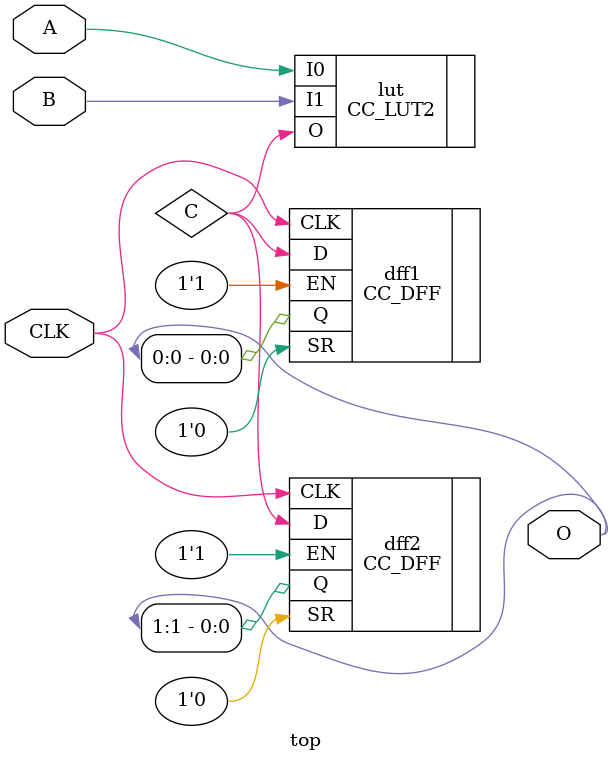
<source format=v>
module top(
  input  A,
  input  B,
  input  CLK,
  output [1:0] O
);

  wire C;
  CC_LUT2 #(
    .INIT(4'he)
  ) lut  (
    .I0(A),
    .I1(B),
    .O(C)
  );

  CC_DFF dff1  (
    .CLK(CLK),
    .D(C),
    .Q(O[0]),
    .SR(1'b0),
    .EN(1'b1)
  );

  CC_DFF dff2  (
    .CLK(CLK),
    .D(C),
    .Q(O[1]),
    .SR(1'b0),
    .EN(1'b1)
  );

endmodule

</source>
